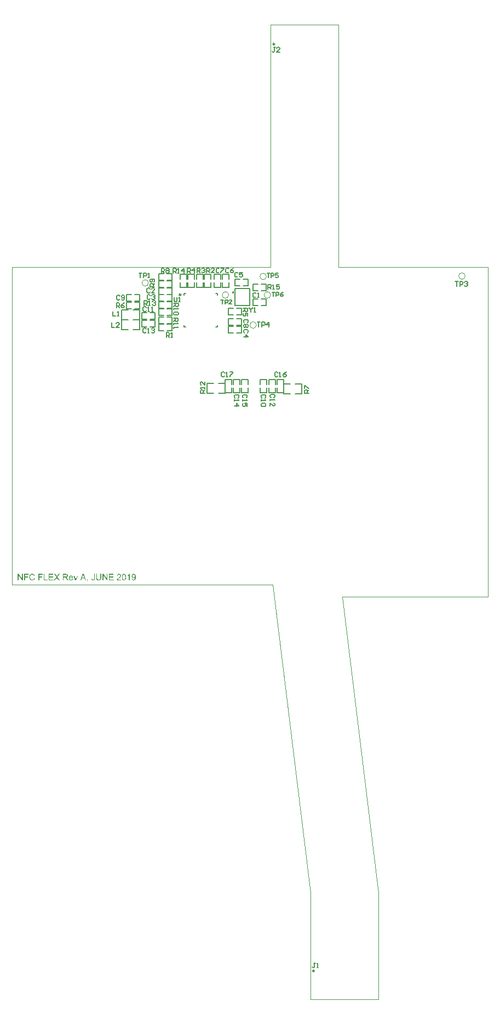
<source format=gto>
G04*
G04 #@! TF.GenerationSoftware,Altium Limited,Altium Designer,19.0.12 (326)*
G04*
G04 Layer_Color=65535*
%FSLAX44Y44*%
%MOMM*%
G71*
G01*
G75*
%ADD10C,0.0999*%
%ADD11C,0.2500*%
%ADD12C,0.3000*%
%ADD13C,0.1270*%
%ADD14C,0.2000*%
%ADD15C,0.1520*%
%ADD16C,0.1778*%
%ADD17C,0.2032*%
%ADD18C,0.0127*%
%ADD19C,0.0130*%
G36*
X31661Y16424D02*
X31788Y16410D01*
X31943Y16396D01*
X32098Y16382D01*
X32281Y16340D01*
X32661Y16255D01*
X33084Y16128D01*
X33296Y16044D01*
X33493Y15945D01*
X33691Y15818D01*
X33888Y15691D01*
X33902Y15677D01*
X33930Y15663D01*
X33987Y15621D01*
X34057Y15550D01*
X34128Y15480D01*
X34226Y15381D01*
X34325Y15268D01*
X34438Y15156D01*
X34550Y15014D01*
X34663Y14845D01*
X34790Y14676D01*
X34903Y14493D01*
X35002Y14282D01*
X35114Y14070D01*
X35199Y13844D01*
X35284Y13591D01*
X34015Y13295D01*
Y13309D01*
X34001Y13337D01*
X33972Y13393D01*
X33944Y13464D01*
X33916Y13548D01*
X33874Y13661D01*
X33761Y13887D01*
X33620Y14140D01*
X33451Y14394D01*
X33240Y14634D01*
X33014Y14845D01*
X32986Y14873D01*
X32901Y14930D01*
X32760Y15000D01*
X32577Y15099D01*
X32337Y15184D01*
X32069Y15268D01*
X31745Y15325D01*
X31393Y15339D01*
X31280D01*
X31209Y15325D01*
X31111D01*
X30998Y15310D01*
X30730Y15268D01*
X30434Y15212D01*
X30124Y15113D01*
X29800Y14972D01*
X29504Y14789D01*
X29490D01*
X29476Y14761D01*
X29377Y14690D01*
X29250Y14577D01*
X29095Y14408D01*
X28912Y14197D01*
X28742Y13957D01*
X28587Y13661D01*
X28447Y13337D01*
Y13323D01*
X28432Y13295D01*
X28418Y13252D01*
X28404Y13182D01*
X28376Y13097D01*
X28348Y12999D01*
X28305Y12759D01*
X28249Y12477D01*
X28193Y12167D01*
X28165Y11829D01*
X28150Y11462D01*
Y11448D01*
Y11406D01*
Y11335D01*
Y11251D01*
X28165Y11152D01*
Y11025D01*
X28179Y10884D01*
X28193Y10729D01*
X28235Y10391D01*
X28305Y10024D01*
X28390Y9658D01*
X28503Y9291D01*
Y9277D01*
X28517Y9249D01*
X28545Y9207D01*
X28573Y9136D01*
X28658Y8967D01*
X28785Y8770D01*
X28940Y8544D01*
X29137Y8304D01*
X29363Y8093D01*
X29631Y7896D01*
X29645D01*
X29673Y7881D01*
X29715Y7853D01*
X29772Y7825D01*
X29842Y7797D01*
X29927Y7754D01*
X30124Y7670D01*
X30378Y7585D01*
X30660Y7515D01*
X30970Y7459D01*
X31294Y7444D01*
X31393D01*
X31477Y7459D01*
X31576D01*
X31675Y7473D01*
X31928Y7529D01*
X32225Y7599D01*
X32520Y7712D01*
X32831Y7867D01*
X32986Y7952D01*
X33127Y8065D01*
X33141Y8079D01*
X33155Y8093D01*
X33197Y8135D01*
X33254Y8177D01*
X33310Y8248D01*
X33380Y8332D01*
X33465Y8417D01*
X33535Y8530D01*
X33620Y8657D01*
X33719Y8798D01*
X33803Y8939D01*
X33888Y9108D01*
X33958Y9291D01*
X34029Y9488D01*
X34099Y9700D01*
X34156Y9926D01*
X35453Y9601D01*
Y9587D01*
X35439Y9531D01*
X35410Y9446D01*
X35368Y9333D01*
X35326Y9207D01*
X35269Y9051D01*
X35199Y8882D01*
X35114Y8699D01*
X34917Y8304D01*
X34663Y7910D01*
X34508Y7712D01*
X34353Y7515D01*
X34184Y7346D01*
X33987Y7177D01*
X33972Y7163D01*
X33944Y7134D01*
X33874Y7106D01*
X33803Y7050D01*
X33691Y6979D01*
X33578Y6909D01*
X33423Y6838D01*
X33268Y6768D01*
X33084Y6683D01*
X32887Y6613D01*
X32676Y6542D01*
X32450Y6472D01*
X32210Y6415D01*
X31957Y6387D01*
X31689Y6359D01*
X31407Y6345D01*
X31252D01*
X31139Y6359D01*
X31012D01*
X30857Y6373D01*
X30688Y6401D01*
X30491Y6429D01*
X30082Y6500D01*
X29659Y6613D01*
X29236Y6768D01*
X29039Y6866D01*
X28841Y6979D01*
X28827Y6993D01*
X28799Y7007D01*
X28742Y7050D01*
X28686Y7106D01*
X28602Y7163D01*
X28503Y7247D01*
X28390Y7346D01*
X28277Y7459D01*
X28165Y7585D01*
X28038Y7712D01*
X27784Y8037D01*
X27544Y8417D01*
X27333Y8840D01*
Y8854D01*
X27305Y8896D01*
X27290Y8967D01*
X27248Y9051D01*
X27220Y9164D01*
X27178Y9305D01*
X27121Y9460D01*
X27079Y9629D01*
X27037Y9813D01*
X26980Y10024D01*
X26910Y10461D01*
X26853Y10955D01*
X26825Y11462D01*
Y11476D01*
Y11532D01*
Y11617D01*
X26839Y11716D01*
Y11857D01*
X26853Y11998D01*
X26868Y12181D01*
X26896Y12364D01*
X26966Y12773D01*
X27065Y13224D01*
X27206Y13675D01*
X27403Y14112D01*
X27417Y14126D01*
X27431Y14169D01*
X27460Y14225D01*
X27516Y14296D01*
X27573Y14394D01*
X27643Y14507D01*
X27826Y14761D01*
X28066Y15043D01*
X28348Y15325D01*
X28672Y15607D01*
X29053Y15846D01*
X29067Y15860D01*
X29109Y15874D01*
X29165Y15903D01*
X29236Y15945D01*
X29349Y15987D01*
X29462Y16029D01*
X29602Y16086D01*
X29757Y16142D01*
X29927Y16199D01*
X30110Y16255D01*
X30505Y16340D01*
X30956Y16410D01*
X31421Y16438D01*
X31562D01*
X31661Y16424D01*
D02*
G37*
G36*
X70131Y11631D02*
X73782Y6514D01*
X72189D01*
X69722Y9982D01*
X69708Y9996D01*
X69680Y10038D01*
X69652Y10095D01*
X69596Y10165D01*
X69469Y10362D01*
X69328Y10574D01*
X69314Y10560D01*
X69271Y10503D01*
X69215Y10419D01*
X69145Y10306D01*
X68989Y10080D01*
X68919Y9982D01*
X68863Y9897D01*
X66396Y6514D01*
X64845D01*
X68609Y11561D01*
X65282Y16269D01*
X66818D01*
X68595Y13760D01*
Y13746D01*
X68623Y13732D01*
X68651Y13689D01*
X68693Y13633D01*
X68778Y13492D01*
X68905Y13323D01*
X69032Y13125D01*
X69159Y12928D01*
X69271Y12745D01*
X69370Y12576D01*
X69384Y12604D01*
X69426Y12660D01*
X69497Y12773D01*
X69596Y12914D01*
X69708Y13069D01*
X69849Y13267D01*
X69990Y13464D01*
X70160Y13675D01*
X72105Y16269D01*
X73515D01*
X70131Y11631D01*
D02*
G37*
G36*
X147778Y6514D02*
X146438D01*
X141335Y14169D01*
Y6514D01*
X140095D01*
Y16269D01*
X141420D01*
X146537Y8600D01*
Y16269D01*
X147778D01*
Y6514D01*
D02*
G37*
G36*
X16704D02*
X15365D01*
X10261Y14169D01*
Y6514D01*
X9021D01*
Y16269D01*
X10346D01*
X15463Y8600D01*
Y16269D01*
X16704D01*
Y6514D01*
D02*
G37*
G36*
X99058D02*
X97916D01*
X95252Y13591D01*
X96521D01*
X98043Y9348D01*
Y9333D01*
X98057Y9319D01*
X98072Y9277D01*
X98086Y9235D01*
X98128Y9094D01*
X98184Y8910D01*
X98255Y8699D01*
X98339Y8459D01*
X98410Y8192D01*
X98495Y7924D01*
X98509Y7952D01*
X98523Y8022D01*
X98565Y8135D01*
X98607Y8304D01*
X98678Y8488D01*
X98748Y8727D01*
X98847Y8981D01*
X98946Y9263D01*
X100510Y13591D01*
X101751D01*
X99058Y6514D01*
D02*
G37*
G36*
X137952Y10630D02*
Y10616D01*
Y10560D01*
Y10489D01*
Y10391D01*
X137938Y10264D01*
Y10123D01*
X137924Y9954D01*
X137910Y9785D01*
X137867Y9404D01*
X137811Y9009D01*
X137726Y8629D01*
X137670Y8445D01*
X137614Y8276D01*
Y8262D01*
X137599Y8234D01*
X137571Y8192D01*
X137543Y8135D01*
X137459Y7980D01*
X137332Y7783D01*
X137163Y7557D01*
X136965Y7332D01*
X136711Y7092D01*
X136401Y6880D01*
X136387D01*
X136359Y6852D01*
X136317Y6838D01*
X136246Y6796D01*
X136162Y6754D01*
X136049Y6711D01*
X135936Y6669D01*
X135795Y6613D01*
X135640Y6556D01*
X135471Y6514D01*
X135288Y6472D01*
X135076Y6429D01*
X134865Y6401D01*
X134639Y6373D01*
X134132Y6345D01*
X134005D01*
X133906Y6359D01*
X133793D01*
X133652Y6373D01*
X133497Y6387D01*
X133342Y6401D01*
X132990Y6458D01*
X132609Y6542D01*
X132243Y6655D01*
X131890Y6810D01*
X131876D01*
X131848Y6838D01*
X131806Y6866D01*
X131749Y6895D01*
X131594Y7007D01*
X131411Y7163D01*
X131200Y7360D01*
X131002Y7585D01*
X130805Y7867D01*
X130650Y8177D01*
Y8192D01*
X130636Y8220D01*
X130622Y8276D01*
X130593Y8347D01*
X130565Y8431D01*
X130537Y8544D01*
X130495Y8671D01*
X130466Y8826D01*
X130438Y8995D01*
X130396Y9178D01*
X130368Y9376D01*
X130340Y9587D01*
X130311Y9827D01*
X130297Y10080D01*
X130283Y10348D01*
Y10630D01*
Y16269D01*
X131580D01*
Y10630D01*
Y10616D01*
Y10574D01*
Y10503D01*
Y10419D01*
X131594Y10320D01*
Y10193D01*
X131608Y9926D01*
X131636Y9615D01*
X131679Y9305D01*
X131735Y9009D01*
X131763Y8882D01*
X131806Y8755D01*
X131820Y8727D01*
X131848Y8657D01*
X131918Y8558D01*
X132003Y8417D01*
X132102Y8276D01*
X132243Y8121D01*
X132412Y7966D01*
X132609Y7839D01*
X132637Y7825D01*
X132708Y7783D01*
X132835Y7740D01*
X133004Y7684D01*
X133201Y7614D01*
X133455Y7571D01*
X133723Y7529D01*
X134019Y7515D01*
X134160D01*
X134244Y7529D01*
X134371D01*
X134498Y7543D01*
X134808Y7599D01*
X135147Y7670D01*
X135471Y7783D01*
X135781Y7938D01*
X135922Y8037D01*
X136049Y8149D01*
X136063Y8163D01*
X136077Y8177D01*
X136105Y8220D01*
X136148Y8276D01*
X136190Y8361D01*
X136246Y8445D01*
X136303Y8572D01*
X136359Y8699D01*
X136415Y8854D01*
X136458Y9037D01*
X136514Y9249D01*
X136556Y9474D01*
X136599Y9728D01*
X136627Y9996D01*
X136655Y10306D01*
Y10630D01*
Y16269D01*
X137952D01*
Y10630D01*
D02*
G37*
G36*
X128155Y9615D02*
Y9601D01*
Y9559D01*
Y9503D01*
Y9418D01*
X128140Y9305D01*
Y9192D01*
X128112Y8925D01*
X128084Y8615D01*
X128028Y8290D01*
X127943Y7994D01*
X127844Y7712D01*
Y7698D01*
X127830Y7684D01*
X127788Y7599D01*
X127718Y7487D01*
X127619Y7332D01*
X127478Y7177D01*
X127323Y7007D01*
X127126Y6838D01*
X126900Y6697D01*
X126872Y6683D01*
X126787Y6641D01*
X126660Y6585D01*
X126477Y6528D01*
X126251Y6458D01*
X125998Y6401D01*
X125716Y6359D01*
X125406Y6345D01*
X125279D01*
X125194Y6359D01*
X125081Y6373D01*
X124969Y6387D01*
X124673Y6443D01*
X124362Y6528D01*
X124038Y6655D01*
X123869Y6740D01*
X123714Y6838D01*
X123573Y6951D01*
X123432Y7078D01*
X123418Y7092D01*
X123404Y7106D01*
X123376Y7163D01*
X123333Y7219D01*
X123277Y7289D01*
X123221Y7388D01*
X123164Y7501D01*
X123094Y7628D01*
X123037Y7769D01*
X122981Y7938D01*
X122925Y8107D01*
X122868Y8304D01*
X122840Y8516D01*
X122798Y8755D01*
X122784Y8995D01*
Y9263D01*
X123954Y9432D01*
Y9418D01*
Y9390D01*
Y9333D01*
X123968Y9249D01*
X123982Y9164D01*
Y9066D01*
X124024Y8826D01*
X124066Y8572D01*
X124151Y8318D01*
X124236Y8093D01*
X124292Y7994D01*
X124362Y7910D01*
X124377Y7896D01*
X124433Y7853D01*
X124517Y7783D01*
X124630Y7712D01*
X124785Y7628D01*
X124955Y7571D01*
X125166Y7515D01*
X125392Y7501D01*
X125476D01*
X125561Y7515D01*
X125688Y7529D01*
X125815Y7557D01*
X125955Y7585D01*
X126096Y7642D01*
X126237Y7712D01*
X126251Y7726D01*
X126294Y7754D01*
X126350Y7811D01*
X126435Y7867D01*
X126505Y7966D01*
X126590Y8065D01*
X126660Y8177D01*
X126717Y8318D01*
Y8332D01*
X126745Y8389D01*
X126759Y8488D01*
X126787Y8615D01*
X126815Y8784D01*
X126829Y8995D01*
X126858Y9249D01*
Y9545D01*
Y16269D01*
X128155D01*
Y9615D01*
D02*
G37*
G36*
X188321Y16297D02*
X188391D01*
X188490Y16283D01*
X188729Y16241D01*
X188997Y16185D01*
X189293Y16086D01*
X189589Y15959D01*
X189885Y15790D01*
X189899D01*
X189914Y15762D01*
X189956Y15733D01*
X190012Y15691D01*
X190153Y15578D01*
X190336Y15423D01*
X190520Y15212D01*
X190731Y14958D01*
X190914Y14662D01*
X191084Y14324D01*
Y14310D01*
X191098Y14282D01*
X191126Y14225D01*
X191154Y14155D01*
X191182Y14056D01*
X191224Y13929D01*
X191253Y13788D01*
X191295Y13633D01*
X191337Y13450D01*
X191380Y13238D01*
X191408Y13013D01*
X191436Y12773D01*
X191464Y12505D01*
X191492Y12223D01*
X191507Y11913D01*
Y11589D01*
Y11575D01*
Y11504D01*
Y11406D01*
Y11279D01*
X191492Y11124D01*
Y10941D01*
X191478Y10729D01*
X191450Y10518D01*
X191408Y10038D01*
X191337Y9531D01*
X191239Y9051D01*
X191168Y8812D01*
X191098Y8600D01*
Y8586D01*
X191084Y8558D01*
X191055Y8502D01*
X191027Y8417D01*
X190985Y8332D01*
X190928Y8220D01*
X190788Y7980D01*
X190618Y7712D01*
X190421Y7430D01*
X190167Y7163D01*
X189885Y6923D01*
X189871D01*
X189843Y6895D01*
X189801Y6866D01*
X189744Y6838D01*
X189660Y6796D01*
X189575Y6740D01*
X189462Y6683D01*
X189350Y6641D01*
X189082Y6528D01*
X188758Y6429D01*
X188405Y6373D01*
X188010Y6345D01*
X187898D01*
X187827Y6359D01*
X187729D01*
X187616Y6373D01*
X187348Y6429D01*
X187052Y6500D01*
X186742Y6613D01*
X186432Y6768D01*
X186276Y6866D01*
X186136Y6979D01*
X186121Y6993D01*
X186107Y7007D01*
X186065Y7050D01*
X186023Y7092D01*
X185966Y7163D01*
X185896Y7247D01*
X185755Y7444D01*
X185614Y7698D01*
X185473Y8008D01*
X185360Y8361D01*
X185276Y8770D01*
X186432Y8868D01*
Y8854D01*
X186446Y8826D01*
Y8798D01*
X186460Y8741D01*
X186502Y8586D01*
X186558Y8417D01*
X186629Y8220D01*
X186728Y8022D01*
X186840Y7839D01*
X186981Y7684D01*
X186995Y7670D01*
X187052Y7628D01*
X187150Y7571D01*
X187263Y7515D01*
X187418Y7444D01*
X187602Y7388D01*
X187813Y7346D01*
X188039Y7332D01*
X188137D01*
X188236Y7346D01*
X188363Y7360D01*
X188518Y7388D01*
X188673Y7430D01*
X188842Y7487D01*
X188997Y7571D01*
X189011Y7585D01*
X189068Y7614D01*
X189152Y7670D01*
X189237Y7754D01*
X189350Y7853D01*
X189462Y7966D01*
X189575Y8093D01*
X189688Y8248D01*
X189702Y8262D01*
X189730Y8332D01*
X189787Y8431D01*
X189843Y8558D01*
X189914Y8727D01*
X189984Y8925D01*
X190054Y9150D01*
X190125Y9404D01*
Y9418D01*
X190139Y9432D01*
Y9474D01*
X190153Y9531D01*
X190181Y9672D01*
X190224Y9855D01*
X190252Y10080D01*
X190280Y10320D01*
X190294Y10588D01*
X190308Y10870D01*
Y10884D01*
Y10926D01*
Y10997D01*
Y11110D01*
X190294Y11081D01*
X190238Y11011D01*
X190153Y10912D01*
X190054Y10771D01*
X189914Y10630D01*
X189744Y10475D01*
X189547Y10320D01*
X189321Y10179D01*
X189293Y10165D01*
X189209Y10123D01*
X189082Y10066D01*
X188927Y10010D01*
X188715Y9940D01*
X188490Y9883D01*
X188236Y9841D01*
X187968Y9827D01*
X187855D01*
X187771Y9841D01*
X187658Y9855D01*
X187545Y9869D01*
X187404Y9897D01*
X187263Y9940D01*
X186939Y10038D01*
X186770Y10109D01*
X186601Y10193D01*
X186418Y10292D01*
X186248Y10419D01*
X186079Y10546D01*
X185924Y10701D01*
X185910Y10715D01*
X185882Y10743D01*
X185854Y10785D01*
X185797Y10856D01*
X185727Y10955D01*
X185656Y11053D01*
X185586Y11180D01*
X185515Y11321D01*
X185431Y11476D01*
X185360Y11645D01*
X185290Y11843D01*
X185219Y12040D01*
X185163Y12266D01*
X185135Y12505D01*
X185106Y12745D01*
X185092Y13013D01*
Y13027D01*
Y13083D01*
Y13154D01*
X185106Y13252D01*
X185121Y13379D01*
X185135Y13534D01*
X185163Y13689D01*
X185205Y13873D01*
X185304Y14239D01*
X185374Y14437D01*
X185459Y14648D01*
X185557Y14845D01*
X185684Y15029D01*
X185811Y15226D01*
X185966Y15395D01*
X185980Y15409D01*
X186009Y15437D01*
X186051Y15480D01*
X186121Y15536D01*
X186206Y15607D01*
X186319Y15691D01*
X186432Y15762D01*
X186572Y15860D01*
X186714Y15945D01*
X186883Y16015D01*
X187263Y16171D01*
X187461Y16227D01*
X187686Y16269D01*
X187912Y16297D01*
X188151Y16311D01*
X188250D01*
X188321Y16297D01*
D02*
G37*
G36*
X182019Y6514D02*
X180821D01*
Y14140D01*
X180807Y14126D01*
X180736Y14070D01*
X180652Y13985D01*
X180511Y13887D01*
X180356Y13760D01*
X180158Y13619D01*
X179933Y13464D01*
X179679Y13309D01*
X179665D01*
X179651Y13295D01*
X179566Y13238D01*
X179425Y13168D01*
X179256Y13083D01*
X179059Y12984D01*
X178847Y12886D01*
X178636Y12787D01*
X178424Y12703D01*
Y13858D01*
X178439D01*
X178467Y13887D01*
X178523Y13901D01*
X178594Y13943D01*
X178678Y13985D01*
X178777Y14042D01*
X179016Y14183D01*
X179298Y14338D01*
X179580Y14535D01*
X179876Y14761D01*
X180173Y15000D01*
X180187Y15014D01*
X180201Y15029D01*
X180243Y15071D01*
X180299Y15113D01*
X180426Y15254D01*
X180595Y15423D01*
X180765Y15621D01*
X180948Y15846D01*
X181103Y16072D01*
X181244Y16311D01*
X182019D01*
Y6514D01*
D02*
G37*
G36*
X165808Y16297D02*
X165920Y16283D01*
X166061Y16269D01*
X166217Y16241D01*
X166371Y16213D01*
X166738Y16114D01*
X167105Y15973D01*
X167288Y15889D01*
X167471Y15790D01*
X167640Y15663D01*
X167795Y15522D01*
X167809Y15508D01*
X167838Y15494D01*
X167866Y15437D01*
X167922Y15381D01*
X167993Y15310D01*
X168063Y15212D01*
X168134Y15113D01*
X168218Y14986D01*
X168359Y14719D01*
X168500Y14380D01*
X168557Y14211D01*
X168585Y14014D01*
X168613Y13816D01*
X168627Y13605D01*
Y13577D01*
Y13506D01*
X168613Y13393D01*
X168599Y13238D01*
X168571Y13069D01*
X168514Y12872D01*
X168458Y12660D01*
X168373Y12449D01*
X168359Y12421D01*
X168331Y12350D01*
X168275Y12237D01*
X168190Y12082D01*
X168077Y11913D01*
X167936Y11702D01*
X167767Y11490D01*
X167570Y11251D01*
X167542Y11222D01*
X167471Y11138D01*
X167401Y11067D01*
X167330Y10997D01*
X167246Y10912D01*
X167133Y10799D01*
X167020Y10687D01*
X166879Y10560D01*
X166738Y10419D01*
X166569Y10264D01*
X166386Y10109D01*
X166188Y9926D01*
X165963Y9742D01*
X165737Y9545D01*
X165723Y9531D01*
X165695Y9503D01*
X165639Y9460D01*
X165568Y9404D01*
X165483Y9319D01*
X165385Y9235D01*
X165159Y9051D01*
X164919Y8840D01*
X164694Y8629D01*
X164497Y8445D01*
X164412Y8375D01*
X164342Y8304D01*
X164328Y8290D01*
X164285Y8248D01*
X164229Y8192D01*
X164158Y8107D01*
X164088Y8008D01*
X164003Y7910D01*
X163834Y7670D01*
X168641D01*
Y6514D01*
X162171D01*
Y6528D01*
Y6585D01*
Y6669D01*
X162185Y6782D01*
X162199Y6909D01*
X162227Y7050D01*
X162255Y7191D01*
X162312Y7346D01*
Y7360D01*
X162326Y7374D01*
X162354Y7459D01*
X162410Y7585D01*
X162495Y7754D01*
X162608Y7952D01*
X162749Y8177D01*
X162904Y8403D01*
X163101Y8643D01*
Y8657D01*
X163129Y8671D01*
X163200Y8755D01*
X163327Y8882D01*
X163510Y9066D01*
X163721Y9277D01*
X163989Y9531D01*
X164313Y9813D01*
X164666Y10109D01*
X164680Y10123D01*
X164736Y10165D01*
X164821Y10236D01*
X164919Y10320D01*
X165046Y10433D01*
X165201Y10560D01*
X165357Y10701D01*
X165540Y10856D01*
X165892Y11194D01*
X166245Y11532D01*
X166414Y11702D01*
X166569Y11871D01*
X166710Y12026D01*
X166823Y12181D01*
Y12195D01*
X166851Y12209D01*
X166879Y12251D01*
X166907Y12308D01*
X167006Y12463D01*
X167119Y12646D01*
X167217Y12872D01*
X167316Y13111D01*
X167372Y13379D01*
X167401Y13633D01*
Y13647D01*
Y13661D01*
X167386Y13746D01*
X167372Y13887D01*
X167330Y14042D01*
X167274Y14239D01*
X167175Y14437D01*
X167048Y14634D01*
X166879Y14831D01*
X166851Y14859D01*
X166780Y14916D01*
X166682Y14986D01*
X166527Y15085D01*
X166329Y15170D01*
X166104Y15254D01*
X165836Y15310D01*
X165540Y15325D01*
X165455D01*
X165399Y15310D01*
X165230Y15296D01*
X165032Y15254D01*
X164821Y15198D01*
X164581Y15099D01*
X164356Y14972D01*
X164144Y14803D01*
X164116Y14775D01*
X164060Y14704D01*
X163975Y14592D01*
X163890Y14422D01*
X163792Y14225D01*
X163707Y13971D01*
X163651Y13689D01*
X163623Y13365D01*
X162396Y13492D01*
Y13506D01*
X162410Y13548D01*
Y13619D01*
X162424Y13718D01*
X162453Y13830D01*
X162481Y13957D01*
X162523Y14112D01*
X162565Y14267D01*
X162678Y14606D01*
X162847Y14944D01*
X162946Y15113D01*
X163073Y15282D01*
X163200Y15437D01*
X163341Y15578D01*
X163355Y15592D01*
X163383Y15607D01*
X163425Y15649D01*
X163496Y15691D01*
X163580Y15747D01*
X163679Y15804D01*
X163792Y15874D01*
X163933Y15945D01*
X164088Y16015D01*
X164257Y16086D01*
X164440Y16142D01*
X164638Y16199D01*
X164849Y16241D01*
X165075Y16283D01*
X165314Y16297D01*
X165568Y16311D01*
X165709D01*
X165808Y16297D01*
D02*
G37*
G36*
X157025Y15113D02*
X151259D01*
Y12139D01*
X156659D01*
Y10983D01*
X151259D01*
Y7670D01*
X157251D01*
Y6514D01*
X149963D01*
Y16269D01*
X157025D01*
Y15113D01*
D02*
G37*
G36*
X114819Y6514D02*
X113353D01*
X112211Y9474D01*
X108123D01*
X107065Y6514D01*
X105698D01*
X109420Y16269D01*
X110829D01*
X114819Y6514D01*
D02*
G37*
G36*
X83383Y16255D02*
X83509D01*
X83805Y16241D01*
X84115Y16199D01*
X84454Y16156D01*
X84764Y16086D01*
X84919Y16044D01*
X85046Y16001D01*
X85060D01*
X85074Y15987D01*
X85159Y15945D01*
X85286Y15889D01*
X85441Y15790D01*
X85610Y15663D01*
X85793Y15494D01*
X85962Y15296D01*
X86131Y15071D01*
Y15057D01*
X86145Y15043D01*
X86202Y14958D01*
X86258Y14817D01*
X86343Y14634D01*
X86413Y14422D01*
X86484Y14169D01*
X86526Y13901D01*
X86540Y13605D01*
Y13591D01*
Y13563D01*
Y13506D01*
X86526Y13436D01*
Y13337D01*
X86512Y13238D01*
X86456Y12999D01*
X86371Y12717D01*
X86258Y12421D01*
X86089Y12125D01*
X85976Y11984D01*
X85864Y11843D01*
X85850Y11829D01*
X85835Y11815D01*
X85793Y11772D01*
X85737Y11730D01*
X85666Y11674D01*
X85582Y11617D01*
X85469Y11547D01*
X85356Y11462D01*
X85215Y11392D01*
X85060Y11321D01*
X84891Y11236D01*
X84708Y11166D01*
X84496Y11110D01*
X84285Y11039D01*
X84045Y10997D01*
X83791Y10955D01*
X83820Y10941D01*
X83876Y10912D01*
X83961Y10856D01*
X84073Y10799D01*
X84327Y10644D01*
X84454Y10546D01*
X84567Y10461D01*
X84595Y10433D01*
X84665Y10362D01*
X84778Y10250D01*
X84919Y10109D01*
X85074Y9911D01*
X85257Y9700D01*
X85441Y9446D01*
X85638Y9164D01*
X87316Y6514D01*
X85709D01*
X84426Y8544D01*
Y8558D01*
X84397Y8586D01*
X84369Y8629D01*
X84327Y8685D01*
X84228Y8840D01*
X84101Y9037D01*
X83946Y9249D01*
X83791Y9474D01*
X83636Y9686D01*
X83495Y9883D01*
X83481Y9897D01*
X83439Y9954D01*
X83368Y10038D01*
X83270Y10137D01*
X83058Y10348D01*
X82945Y10447D01*
X82833Y10532D01*
X82819Y10546D01*
X82790Y10560D01*
X82734Y10588D01*
X82649Y10630D01*
X82565Y10673D01*
X82466Y10715D01*
X82241Y10785D01*
X82226D01*
X82198Y10799D01*
X82142D01*
X82072Y10814D01*
X81973Y10828D01*
X81860D01*
X81705Y10842D01*
X80042D01*
Y6514D01*
X78745D01*
Y16269D01*
X83270D01*
X83383Y16255D01*
D02*
G37*
G36*
X63830Y15113D02*
X58064D01*
Y12139D01*
X63463D01*
Y10983D01*
X58064D01*
Y7670D01*
X64056D01*
Y6514D01*
X56767D01*
Y16269D01*
X63830D01*
Y15113D01*
D02*
G37*
G36*
X50410Y7670D02*
X55217D01*
Y6514D01*
X49113D01*
Y16269D01*
X50410D01*
Y7670D01*
D02*
G37*
G36*
X47491Y15113D02*
X42191D01*
Y12096D01*
X46773D01*
Y10941D01*
X42191D01*
Y6514D01*
X40894D01*
Y16269D01*
X47491D01*
Y15113D01*
D02*
G37*
G36*
X25528D02*
X20228D01*
Y12096D01*
X24810D01*
Y10941D01*
X20228D01*
Y6514D01*
X18931D01*
Y16269D01*
X25528D01*
Y15113D01*
D02*
G37*
G36*
X91545Y13732D02*
X91657Y13718D01*
X91798Y13689D01*
X91953Y13661D01*
X92137Y13619D01*
X92306Y13577D01*
X92503Y13506D01*
X92687Y13436D01*
X92884Y13337D01*
X93081Y13224D01*
X93279Y13097D01*
X93462Y12942D01*
X93631Y12773D01*
X93645Y12759D01*
X93673Y12731D01*
X93716Y12674D01*
X93772Y12590D01*
X93842Y12491D01*
X93913Y12378D01*
X93997Y12237D01*
X94082Y12068D01*
X94167Y11885D01*
X94251Y11688D01*
X94322Y11462D01*
X94392Y11222D01*
X94449Y10955D01*
X94491Y10673D01*
X94519Y10377D01*
X94533Y10052D01*
Y10038D01*
Y9982D01*
Y9883D01*
X94519Y9742D01*
X89233D01*
Y9728D01*
Y9686D01*
X89247Y9629D01*
Y9545D01*
X89261Y9446D01*
X89289Y9333D01*
X89331Y9080D01*
X89416Y8798D01*
X89529Y8488D01*
X89684Y8206D01*
X89881Y7952D01*
X89895D01*
X89909Y7924D01*
X89994Y7853D01*
X90121Y7754D01*
X90290Y7656D01*
X90516Y7543D01*
X90769Y7444D01*
X91051Y7374D01*
X91206Y7360D01*
X91376Y7346D01*
X91488D01*
X91615Y7360D01*
X91770Y7388D01*
X91939Y7430D01*
X92137Y7487D01*
X92320Y7571D01*
X92503Y7684D01*
X92517Y7698D01*
X92588Y7754D01*
X92672Y7839D01*
X92771Y7952D01*
X92884Y8107D01*
X93011Y8304D01*
X93138Y8530D01*
X93250Y8798D01*
X94491Y8643D01*
Y8629D01*
X94477Y8600D01*
X94463Y8544D01*
X94434Y8459D01*
X94392Y8375D01*
X94350Y8262D01*
X94237Y8022D01*
X94096Y7754D01*
X93899Y7473D01*
X93673Y7205D01*
X93391Y6951D01*
X93377D01*
X93349Y6923D01*
X93307Y6895D01*
X93250Y6852D01*
X93166Y6810D01*
X93081Y6768D01*
X92968Y6711D01*
X92842Y6655D01*
X92701Y6599D01*
X92560Y6542D01*
X92207Y6458D01*
X91812Y6387D01*
X91376Y6359D01*
X91220D01*
X91122Y6373D01*
X90995Y6387D01*
X90840Y6415D01*
X90671Y6443D01*
X90487Y6472D01*
X90093Y6585D01*
X89881Y6669D01*
X89684Y6754D01*
X89472Y6866D01*
X89275Y6993D01*
X89092Y7134D01*
X88909Y7303D01*
X88894Y7318D01*
X88866Y7346D01*
X88824Y7402D01*
X88767Y7487D01*
X88697Y7585D01*
X88627Y7698D01*
X88542Y7839D01*
X88457Y7994D01*
X88373Y8177D01*
X88288Y8375D01*
X88218Y8600D01*
X88147Y8840D01*
X88091Y9094D01*
X88049Y9376D01*
X88020Y9672D01*
X88006Y9982D01*
Y9996D01*
Y10066D01*
Y10151D01*
X88020Y10278D01*
X88034Y10433D01*
X88049Y10602D01*
X88077Y10799D01*
X88119Y10997D01*
X88232Y11448D01*
X88302Y11674D01*
X88387Y11913D01*
X88500Y12139D01*
X88627Y12350D01*
X88767Y12562D01*
X88923Y12759D01*
X88937Y12773D01*
X88965Y12801D01*
X89021Y12844D01*
X89092Y12914D01*
X89176Y12984D01*
X89289Y13069D01*
X89416Y13168D01*
X89571Y13252D01*
X89726Y13351D01*
X89909Y13436D01*
X90107Y13520D01*
X90318Y13591D01*
X90544Y13661D01*
X90783Y13704D01*
X91037Y13732D01*
X91305Y13746D01*
X91446D01*
X91545Y13732D01*
D02*
G37*
G36*
X173392Y16297D02*
X173575Y16269D01*
X173787Y16227D01*
X174012Y16171D01*
X174252Y16100D01*
X174477Y15987D01*
X174491D01*
X174506Y15973D01*
X174576Y15931D01*
X174689Y15860D01*
X174830Y15762D01*
X174985Y15621D01*
X175154Y15466D01*
X175309Y15282D01*
X175464Y15071D01*
X175478Y15043D01*
X175535Y14972D01*
X175591Y14845D01*
X175690Y14662D01*
X175774Y14451D01*
X175887Y14211D01*
X175986Y13929D01*
X176070Y13619D01*
Y13605D01*
X176084Y13577D01*
X176098Y13534D01*
X176113Y13464D01*
X176127Y13379D01*
X176141Y13281D01*
X176169Y13154D01*
X176183Y13013D01*
X176211Y12858D01*
X176225Y12688D01*
X176239Y12491D01*
X176268Y12294D01*
X176282Y12068D01*
Y11843D01*
X176296Y11589D01*
Y11321D01*
Y11307D01*
Y11251D01*
Y11152D01*
Y11039D01*
X176282Y10884D01*
Y10715D01*
X176268Y10532D01*
X176254Y10334D01*
X176211Y9883D01*
X176141Y9418D01*
X176056Y8967D01*
X176000Y8755D01*
X175929Y8544D01*
Y8530D01*
X175915Y8502D01*
X175887Y8445D01*
X175859Y8375D01*
X175831Y8276D01*
X175774Y8177D01*
X175661Y7938D01*
X175520Y7684D01*
X175337Y7402D01*
X175126Y7148D01*
X174872Y6909D01*
X174858D01*
X174844Y6880D01*
X174802Y6852D01*
X174745Y6824D01*
X174675Y6782D01*
X174604Y6726D01*
X174393Y6627D01*
X174139Y6528D01*
X173843Y6429D01*
X173491Y6373D01*
X173110Y6345D01*
X172969D01*
X172870Y6359D01*
X172757Y6373D01*
X172617Y6401D01*
X172461Y6429D01*
X172292Y6472D01*
X172123Y6528D01*
X171940Y6585D01*
X171757Y6669D01*
X171573Y6768D01*
X171390Y6880D01*
X171207Y7021D01*
X171038Y7177D01*
X170883Y7346D01*
X170868Y7360D01*
X170840Y7402D01*
X170798Y7473D01*
X170728Y7585D01*
X170657Y7712D01*
X170586Y7881D01*
X170488Y8079D01*
X170403Y8304D01*
X170319Y8558D01*
X170234Y8854D01*
X170149Y9178D01*
X170079Y9545D01*
X170009Y9940D01*
X169966Y10362D01*
X169938Y10828D01*
X169924Y11321D01*
Y11335D01*
Y11392D01*
Y11490D01*
Y11603D01*
X169938Y11758D01*
Y11927D01*
X169952Y12111D01*
X169966Y12322D01*
X170009Y12759D01*
X170079Y13224D01*
X170164Y13689D01*
X170220Y13901D01*
X170276Y14112D01*
Y14126D01*
X170291Y14155D01*
X170319Y14211D01*
X170347Y14282D01*
X170375Y14380D01*
X170431Y14479D01*
X170544Y14719D01*
X170685Y14972D01*
X170868Y15240D01*
X171080Y15508D01*
X171334Y15733D01*
X171348D01*
X171362Y15762D01*
X171404Y15790D01*
X171460Y15818D01*
X171531Y15874D01*
X171616Y15917D01*
X171827Y16029D01*
X172081Y16128D01*
X172377Y16227D01*
X172729Y16283D01*
X173110Y16311D01*
X173237D01*
X173392Y16297D01*
D02*
G37*
G36*
X117384Y6514D02*
Y6500D01*
Y6486D01*
Y6443D01*
Y6387D01*
X117370Y6260D01*
X117356Y6077D01*
X117314Y5894D01*
X117272Y5682D01*
X117201Y5485D01*
X117117Y5302D01*
X117102Y5288D01*
X117060Y5231D01*
X117004Y5147D01*
X116905Y5034D01*
X116792Y4921D01*
X116651Y4808D01*
X116468Y4681D01*
X116271Y4583D01*
X115933Y5090D01*
X115947Y5104D01*
X115989Y5118D01*
X116059Y5161D01*
X116144Y5217D01*
X116229Y5288D01*
X116327Y5372D01*
X116412Y5471D01*
X116482Y5584D01*
X116496Y5598D01*
X116510Y5640D01*
X116539Y5725D01*
X116581Y5823D01*
X116609Y5950D01*
X116651Y6119D01*
X116680Y6303D01*
X116694Y6514D01*
X116017D01*
Y7881D01*
X117384D01*
Y6514D01*
D02*
G37*
%LPC*%
G36*
X188447Y15325D02*
X188222D01*
X188165Y15310D01*
X188010Y15296D01*
X187827Y15240D01*
X187602Y15170D01*
X187362Y15043D01*
X187122Y14888D01*
X187010Y14775D01*
X186897Y14662D01*
Y14648D01*
X186869Y14634D01*
X186840Y14592D01*
X186812Y14549D01*
X186714Y14408D01*
X186615Y14211D01*
X186502Y13971D01*
X186403Y13675D01*
X186347Y13337D01*
X186319Y12970D01*
Y12956D01*
Y12928D01*
Y12886D01*
X186333Y12815D01*
Y12731D01*
X186347Y12646D01*
X186389Y12435D01*
X186460Y12195D01*
X186544Y11941D01*
X186685Y11688D01*
X186869Y11462D01*
X186897Y11434D01*
X186967Y11378D01*
X187094Y11279D01*
X187249Y11180D01*
X187461Y11067D01*
X187700Y10969D01*
X187968Y10912D01*
X188264Y10884D01*
X188349D01*
X188405Y10898D01*
X188560Y10912D01*
X188743Y10955D01*
X188969Y11025D01*
X189195Y11124D01*
X189420Y11265D01*
X189632Y11462D01*
X189660Y11490D01*
X189716Y11575D01*
X189801Y11702D01*
X189914Y11885D01*
X190012Y12111D01*
X190097Y12378D01*
X190153Y12703D01*
X190181Y13069D01*
Y13083D01*
Y13111D01*
Y13168D01*
X190167Y13238D01*
Y13337D01*
X190153Y13436D01*
X190111Y13661D01*
X190054Y13929D01*
X189956Y14211D01*
X189815Y14479D01*
X189632Y14719D01*
Y14733D01*
X189603Y14747D01*
X189533Y14817D01*
X189420Y14916D01*
X189265Y15029D01*
X189068Y15127D01*
X188842Y15226D01*
X188588Y15296D01*
X188447Y15325D01*
D02*
G37*
G36*
X110096Y15254D02*
Y15240D01*
X110082Y15212D01*
Y15156D01*
X110054Y15099D01*
X110040Y15000D01*
X110012Y14902D01*
X109955Y14662D01*
X109885Y14380D01*
X109786Y14070D01*
X109688Y13732D01*
X109561Y13379D01*
X108503Y10532D01*
X111802D01*
X110787Y13210D01*
Y13224D01*
X110773Y13267D01*
X110745Y13337D01*
X110717Y13421D01*
X110674Y13520D01*
X110632Y13647D01*
X110590Y13788D01*
X110533Y13929D01*
X110421Y14253D01*
X110308Y14592D01*
X110195Y14930D01*
X110096Y15254D01*
D02*
G37*
G36*
X83115Y15184D02*
X80042D01*
Y11955D01*
X82945D01*
X83115Y11969D01*
X83312Y11984D01*
X83538Y11998D01*
X83763Y12026D01*
X83989Y12068D01*
X84186Y12125D01*
X84214Y12139D01*
X84271Y12167D01*
X84355Y12209D01*
X84468Y12266D01*
X84595Y12350D01*
X84722Y12449D01*
X84849Y12576D01*
X84947Y12717D01*
X84961Y12731D01*
X84990Y12787D01*
X85032Y12872D01*
X85088Y12984D01*
X85131Y13111D01*
X85173Y13252D01*
X85201Y13421D01*
X85215Y13591D01*
Y13605D01*
Y13619D01*
X85201Y13704D01*
X85187Y13830D01*
X85159Y14000D01*
X85088Y14169D01*
X85004Y14366D01*
X84877Y14549D01*
X84708Y14733D01*
X84679Y14747D01*
X84609Y14803D01*
X84496Y14873D01*
X84313Y14958D01*
X84101Y15043D01*
X83820Y15113D01*
X83495Y15170D01*
X83115Y15184D01*
D02*
G37*
G36*
X91319Y12759D02*
X91235D01*
X91178Y12745D01*
X91023Y12731D01*
X90840Y12688D01*
X90614Y12618D01*
X90375Y12519D01*
X90149Y12378D01*
X89923Y12195D01*
X89895Y12167D01*
X89839Y12096D01*
X89740Y11969D01*
X89642Y11800D01*
X89529Y11603D01*
X89430Y11349D01*
X89346Y11053D01*
X89303Y10729D01*
X93265D01*
Y10743D01*
Y10771D01*
X93250Y10814D01*
Y10870D01*
X93222Y11039D01*
X93180Y11222D01*
X93109Y11448D01*
X93039Y11659D01*
X92926Y11871D01*
X92799Y12054D01*
Y12068D01*
X92771Y12082D01*
X92701Y12167D01*
X92574Y12280D01*
X92405Y12407D01*
X92193Y12533D01*
X91939Y12646D01*
X91643Y12731D01*
X91488Y12745D01*
X91319Y12759D01*
D02*
G37*
G36*
X173096Y15325D02*
X173011D01*
X172955Y15310D01*
X172800Y15282D01*
X172617Y15240D01*
X172405Y15156D01*
X172180Y15029D01*
X172067Y14944D01*
X171954Y14859D01*
X171855Y14747D01*
X171757Y14620D01*
Y14606D01*
X171728Y14577D01*
X171700Y14521D01*
X171658Y14451D01*
X171616Y14338D01*
X171559Y14211D01*
X171517Y14056D01*
X171460Y13873D01*
X171404Y13661D01*
X171348Y13421D01*
X171291Y13154D01*
X171249Y12858D01*
X171207Y12519D01*
X171179Y12153D01*
X171164Y11758D01*
X171150Y11321D01*
Y11293D01*
Y11222D01*
Y11095D01*
X171164Y10926D01*
Y10743D01*
X171179Y10518D01*
X171193Y10278D01*
X171221Y10024D01*
X171291Y9474D01*
X171334Y9207D01*
X171390Y8953D01*
X171446Y8713D01*
X171531Y8488D01*
X171616Y8290D01*
X171714Y8121D01*
Y8107D01*
X171742Y8093D01*
X171813Y7994D01*
X171940Y7867D01*
X172095Y7726D01*
X172306Y7585D01*
X172546Y7459D01*
X172814Y7360D01*
X172955Y7346D01*
X173110Y7332D01*
X173195D01*
X173251Y7346D01*
X173392Y7374D01*
X173589Y7430D01*
X173801Y7529D01*
X174040Y7670D01*
X174153Y7754D01*
X174266Y7867D01*
X174379Y7980D01*
X174491Y8121D01*
Y8135D01*
X174520Y8163D01*
X174548Y8206D01*
X174576Y8276D01*
X174632Y8375D01*
X174675Y8502D01*
X174731Y8643D01*
X174787Y8812D01*
X174830Y9023D01*
X174886Y9249D01*
X174942Y9517D01*
X174985Y9799D01*
X175013Y10137D01*
X175041Y10489D01*
X175069Y10884D01*
Y11321D01*
Y11335D01*
Y11349D01*
Y11420D01*
Y11547D01*
X175055Y11716D01*
Y11899D01*
X175041Y12125D01*
X175027Y12364D01*
X174999Y12632D01*
X174928Y13168D01*
X174886Y13436D01*
X174830Y13689D01*
X174773Y13929D01*
X174689Y14155D01*
X174604Y14352D01*
X174506Y14521D01*
Y14535D01*
X174477Y14549D01*
X174449Y14592D01*
X174407Y14648D01*
X174280Y14775D01*
X174125Y14930D01*
X173913Y15071D01*
X173674Y15198D01*
X173547Y15254D01*
X173406Y15296D01*
X173251Y15310D01*
X173096Y15325D01*
D02*
G37*
%LPD*%
D10*
X399930Y446906D02*
G03*
X399930Y446906I-5000J0D01*
G01*
X393288Y475574D02*
G03*
X393288Y475574I-5000J0D01*
G01*
X211005Y465494D02*
G03*
X211005Y465494I-5000J0D01*
G01*
X377832Y400470D02*
G03*
X377832Y400470I-5000J0D01*
G01*
X700666Y476162D02*
G03*
X700666Y476162I-5000J0D01*
G01*
X335052Y446979D02*
G03*
X335052Y446979I-5000J0D01*
G01*
D11*
X261112Y447357D02*
G03*
X261112Y447357I-1250J0D01*
G01*
X406054Y834278D02*
G03*
X406054Y834278I-1250J0D01*
G01*
X467429Y-596479D02*
G03*
X467429Y-596479I-1250J0D01*
G01*
D12*
X341846Y450761D02*
G03*
X341846Y450761I-200J0D01*
G01*
D13*
X420386Y294418D02*
X430546D01*
X420386D02*
Y309658D01*
X430546D01*
X438166D02*
X448326D01*
Y294418D02*
Y309658D01*
X438166Y294418D02*
X448326D01*
X419884Y308300D02*
Y315920D01*
X409724D02*
X419884D01*
X409724Y308300D02*
Y315920D01*
Y295600D02*
Y303220D01*
Y295600D02*
X419884D01*
Y303220D01*
X407432Y308300D02*
Y315920D01*
X397272D02*
X407432D01*
X397272Y308300D02*
Y315920D01*
Y295600D02*
Y303220D01*
Y295600D02*
X407432D01*
Y303220D01*
X383834Y308388D02*
Y316008D01*
X393994D01*
Y308388D02*
Y316008D01*
Y295688D02*
Y303308D01*
X383834Y295688D02*
X393994D01*
X383834D02*
Y303308D01*
X355308Y308348D02*
Y315968D01*
X365468D01*
Y308348D02*
Y315968D01*
Y295648D02*
Y303268D01*
X355308Y295648D02*
X365468D01*
X355308D02*
Y303268D01*
X341820Y295599D02*
Y303219D01*
Y295599D02*
X351980D01*
Y303219D01*
Y308299D02*
Y315919D01*
X341820D02*
X351980D01*
X341820Y308299D02*
Y315919D01*
X329454Y295648D02*
Y303268D01*
Y295648D02*
X339614D01*
Y303268D01*
Y308348D02*
Y315968D01*
X329454D02*
X339614D01*
X329454Y308348D02*
Y315968D01*
X319040Y310222D02*
X329200D01*
Y294982D02*
Y310222D01*
X319040Y294982D02*
X329200D01*
X301260D02*
X311420D01*
X301260D02*
Y310222D01*
X311420D01*
X335093Y458936D02*
Y466556D01*
X324933Y458936D02*
X335093D01*
X324933D02*
Y466556D01*
Y471636D02*
Y479256D01*
X335093D01*
Y471636D02*
Y479256D01*
X385532Y430650D02*
X393152D01*
Y440810D01*
X385532D02*
X393152D01*
X372832D02*
X380452D01*
X372832Y430650D02*
Y440810D01*
Y430650D02*
X380452D01*
X190029Y425759D02*
X197649D01*
Y435919D01*
X190029D02*
X197649D01*
X177329D02*
X184949D01*
X177329Y425759D02*
Y435919D01*
Y425759D02*
X184949D01*
X347111Y415923D02*
X354731D01*
Y426083D01*
X347111D02*
X354731D01*
X334411D02*
X342031D01*
X334411Y415923D02*
Y426083D01*
Y415923D02*
X342031D01*
X372832Y463315D02*
X380452D01*
X372832Y453155D02*
Y463315D01*
Y453155D02*
X380452D01*
X385532D02*
X393152D01*
Y463315D01*
X385532D02*
X393152D01*
X295921Y471668D02*
Y479288D01*
X285761D02*
X295921D01*
X285761Y471668D02*
Y479288D01*
Y458968D02*
Y466588D01*
Y458968D02*
X295921D01*
Y466588D01*
X201141Y407979D02*
X208761D01*
X201141Y397819D02*
Y407979D01*
Y397819D02*
X208761D01*
X213841D02*
X221461D01*
Y407979D01*
X213841D02*
X221461D01*
X213841Y409757D02*
X221461D01*
Y419917D01*
X213841D02*
X221461D01*
X201141D02*
X208761D01*
X201141Y409757D02*
Y419917D01*
Y409757D02*
X208761D01*
X344413Y461065D02*
X352033D01*
X344413D02*
Y471225D01*
X352033D01*
X357113D02*
X364733D01*
Y461065D02*
Y471225D01*
X357113Y461065D02*
X364733D01*
X334534Y410474D02*
X342154D01*
X334534Y400314D02*
Y410474D01*
Y400314D02*
X342154D01*
X347234D02*
X354854D01*
Y410474D01*
X347234D02*
X354854D01*
X312939Y458968D02*
Y466588D01*
Y458968D02*
X323099D01*
Y466588D01*
Y471668D02*
Y479288D01*
X312939D02*
X323099D01*
X312939Y471668D02*
Y479288D01*
X259948Y458985D02*
Y466605D01*
Y458985D02*
X270108D01*
Y466605D01*
Y471685D02*
Y479305D01*
X259948D02*
X270108D01*
X259948Y471685D02*
Y479305D01*
X239882Y426405D02*
X247502D01*
Y436565D01*
X239882D02*
X247502D01*
X227182D02*
X234802D01*
X227182Y426405D02*
Y436565D01*
Y426405D02*
X234802D01*
X239882Y402783D02*
X247502D01*
Y412943D01*
X239882D02*
X247502D01*
X227182D02*
X234802D01*
X227182Y402783D02*
Y412943D01*
Y402783D02*
X234802D01*
X334534Y398790D02*
X342154D01*
X334534Y388630D02*
Y398790D01*
Y388630D02*
X342154D01*
X347234D02*
X354854D01*
Y398790D01*
X347234D02*
X354854D01*
X307859Y471668D02*
Y479288D01*
X297699D02*
X307859D01*
X297699Y471668D02*
Y479288D01*
Y458968D02*
Y466588D01*
Y458968D02*
X307859D01*
Y466588D01*
X282046Y471617D02*
Y479237D01*
X271886D02*
X282046D01*
X271886Y471617D02*
Y479237D01*
Y458917D02*
Y466537D01*
Y458917D02*
X282046D01*
Y466537D01*
X239882Y391861D02*
X247502D01*
Y402021D01*
X239882D02*
X247502D01*
X227182D02*
X234802D01*
X227182Y391861D02*
Y402021D01*
Y391861D02*
X234802D01*
X239923Y415737D02*
X247543D01*
Y425897D01*
X239923D02*
X247543D01*
X227223D02*
X234843D01*
X227223Y415737D02*
Y425897D01*
Y415737D02*
X234843D01*
X239876Y437114D02*
X247496D01*
Y447274D01*
X239876D02*
X247496D01*
X227176D02*
X234796D01*
X227176Y437114D02*
Y447274D01*
Y437114D02*
X234796D01*
X239876Y447956D02*
X247496D01*
Y458116D01*
X239876D02*
X247496D01*
X227176D02*
X234796D01*
X227176Y447956D02*
Y458116D01*
Y447956D02*
X234796D01*
X239882Y458663D02*
X247502D01*
Y468823D01*
X239882D02*
X247502D01*
X227182D02*
X234802D01*
X227182Y458663D02*
Y468823D01*
Y458663D02*
X234802D01*
X239883Y469276D02*
X247503D01*
Y479436D01*
X239883D02*
X247503D01*
X227183D02*
X234803D01*
X227183Y469276D02*
Y479436D01*
Y469276D02*
X234803D01*
X187569Y408995D02*
X197729D01*
Y393755D02*
Y408995D01*
X187569Y393755D02*
X197729D01*
X169789D02*
X179949D01*
X169789D02*
Y408995D01*
X179949D01*
X187569Y423727D02*
X197729D01*
Y408487D02*
Y423727D01*
X187569Y408487D02*
X197729D01*
X169789D02*
X179949D01*
X169789D02*
Y423727D01*
X179949D01*
X190109Y447603D02*
X197729D01*
Y437443D02*
Y447603D01*
X190109Y437443D02*
X197729D01*
X177409D02*
X185029D01*
X177409D02*
Y447603D01*
X185029D01*
D14*
X266362Y397857D02*
X268612D01*
X266362D02*
Y400107D01*
X315112Y397857D02*
X317362D01*
Y400107D01*
Y446607D02*
Y448857D01*
X315112D02*
X317362D01*
X266362D02*
X268612D01*
X266362Y446607D02*
Y448857D01*
D15*
X344694Y430803D02*
Y457219D01*
Y430803D02*
X367554D01*
X344694Y457219D02*
X367554D01*
Y430803D02*
Y457219D01*
D16*
X402296Y451014D02*
X406528D01*
X404412D01*
Y444666D01*
X408644D02*
Y451014D01*
X411818D01*
X412876Y449956D01*
Y447840D01*
X411818Y446782D01*
X408644D01*
X419224Y451014D02*
X417108Y449956D01*
X414992Y447840D01*
Y445724D01*
X416050Y444666D01*
X418166D01*
X419224Y445724D01*
Y446782D01*
X418166Y447840D01*
X414992D01*
X394464Y480341D02*
X398696D01*
X396580D01*
Y473993D01*
X400812D02*
Y480341D01*
X403986D01*
X405044Y479283D01*
Y477168D01*
X403986Y476110D01*
X400812D01*
X411392Y480341D02*
X407160D01*
Y477168D01*
X409276Y478226D01*
X410334D01*
X411392Y477168D01*
Y475051D01*
X410334Y473993D01*
X408218D01*
X407160Y475051D01*
X323099Y439112D02*
X327331D01*
X325215D01*
Y432764D01*
X329447D02*
Y439112D01*
X332621D01*
X333679Y438054D01*
Y435938D01*
X332621Y434880D01*
X329447D01*
X340027Y432764D02*
X335795D01*
X340027Y436996D01*
Y438054D01*
X338969Y439112D01*
X336853D01*
X335795Y438054D01*
D17*
X407038Y828994D02*
X404668D01*
X405853D01*
Y823069D01*
X404668Y821884D01*
X403483D01*
X402298Y823069D01*
X414147Y821884D02*
X409408D01*
X414147Y826624D01*
Y827809D01*
X412962Y828994D01*
X410593D01*
X409408Y827809D01*
X379182Y404819D02*
X383922D01*
X381552D01*
Y397710D01*
X386292D02*
Y404819D01*
X389847D01*
X391031Y403635D01*
Y401265D01*
X389847Y400080D01*
X386292D01*
X396956Y397710D02*
Y404819D01*
X393401Y401265D01*
X398141D01*
X685252Y467778D02*
X689992D01*
X687622D01*
Y460668D01*
X692362D02*
Y467778D01*
X695917D01*
X697102Y466593D01*
Y464223D01*
X695917Y463038D01*
X692362D01*
X699471Y466593D02*
X700656Y467778D01*
X703026D01*
X704211Y466593D01*
Y465408D01*
X703026Y464223D01*
X701841D01*
X703026D01*
X704211Y463038D01*
Y461853D01*
X703026Y460668D01*
X700656D01*
X699471Y461853D01*
X362503Y288114D02*
X363688Y289299D01*
Y291669D01*
X362503Y292854D01*
X357763D01*
X356578Y291669D01*
Y289299D01*
X357763Y288114D01*
X356578Y285744D02*
Y283374D01*
Y284559D01*
X363688D01*
X362503Y285744D01*
X363688Y275080D02*
Y279820D01*
X360133D01*
X361318Y277450D01*
Y276265D01*
X360133Y275080D01*
X357763D01*
X356578Y276265D01*
Y278635D01*
X357763Y279820D01*
X196269Y480986D02*
X201009D01*
X198639D01*
Y473876D01*
X203379D02*
Y480986D01*
X206934D01*
X208119Y479801D01*
Y477431D01*
X206934Y476246D01*
X203379D01*
X210489Y473876D02*
X212859D01*
X211674D01*
Y480986D01*
X210489Y479801D01*
X166805Y445257D02*
X165620Y446442D01*
X163250D01*
X162065Y445257D01*
Y440517D01*
X163250Y439332D01*
X165620D01*
X166805Y440517D01*
X169175D02*
X170360Y439332D01*
X172730D01*
X173915Y440517D01*
Y445257D01*
X172730Y446442D01*
X170360D01*
X169175Y445257D01*
Y444072D01*
X170360Y442887D01*
X173915D01*
X349375Y480560D02*
X348190Y481745D01*
X345821D01*
X344636Y480560D01*
Y475821D01*
X345821Y474636D01*
X348190D01*
X349375Y475821D01*
X356485Y481745D02*
X351745D01*
Y478190D01*
X354115Y479375D01*
X355300D01*
X356485Y478190D01*
Y475821D01*
X355300Y474636D01*
X352930D01*
X351745Y475821D01*
X469014Y-584160D02*
X466644D01*
X467829D01*
Y-590085D01*
X466644Y-591270D01*
X465459D01*
X464274Y-590085D01*
X471384Y-591270D02*
X473754D01*
X472569D01*
Y-584160D01*
X471384Y-585345D01*
X367118Y427967D02*
Y426782D01*
X369487Y424412D01*
X371857Y426782D01*
Y427967D01*
X369487Y424412D02*
Y420857D01*
X374227D02*
X376597D01*
X375412D01*
Y427967D01*
X374227Y426782D01*
X250591Y443646D02*
Y437721D01*
X251776Y436536D01*
X254146D01*
X255331Y437721D01*
Y443646D01*
X257700Y436536D02*
X260070D01*
X258885D01*
Y443646D01*
X257700Y442461D01*
X395946Y455796D02*
Y462906D01*
X399501D01*
X400686Y461721D01*
Y459351D01*
X399501Y458166D01*
X395946D01*
X398316D02*
X400686Y455796D01*
X403056D02*
X405426D01*
X404241D01*
Y462906D01*
X403056Y461721D01*
X413720Y462906D02*
X408980D01*
Y459351D01*
X411350Y460536D01*
X412535D01*
X413720Y459351D01*
Y456981D01*
X412535Y455796D01*
X410165D01*
X408980Y456981D01*
X249134Y480734D02*
Y487844D01*
X252689D01*
X253874Y486659D01*
Y484289D01*
X252689Y483104D01*
X249134D01*
X251504D02*
X253874Y480734D01*
X256244D02*
X258614D01*
X257429D01*
Y487844D01*
X256244Y486659D01*
X265723Y480734D02*
Y487844D01*
X262169Y484289D01*
X266908D01*
X204176Y430969D02*
Y438079D01*
X207731D01*
X208916Y436894D01*
Y434524D01*
X207731Y433339D01*
X204176D01*
X206546D02*
X208916Y430969D01*
X211286D02*
X213656D01*
X212471D01*
Y438079D01*
X211286Y436894D01*
X217211D02*
X218395Y438079D01*
X220765D01*
X221950Y436894D01*
Y435709D01*
X220765Y434524D01*
X219580D01*
X220765D01*
X221950Y433339D01*
Y432154D01*
X220765Y430969D01*
X218395D01*
X217211Y432154D01*
X298212Y295180D02*
X291102D01*
Y298735D01*
X292287Y299920D01*
X294657D01*
X295842Y298735D01*
Y295180D01*
Y297550D02*
X298212Y299920D01*
Y302290D02*
Y304660D01*
Y303475D01*
X291102D01*
X292287Y302290D01*
X298212Y312954D02*
Y308214D01*
X293472Y312954D01*
X292287D01*
X291102Y311769D01*
Y309399D01*
X292287Y308214D01*
X249672Y410745D02*
X256782D01*
Y407190D01*
X255597Y406005D01*
X253227D01*
X252042Y407190D01*
Y410745D01*
Y408375D02*
X249672Y406005D01*
Y403635D02*
Y401265D01*
Y402450D01*
X256782D01*
X255597Y403635D01*
X249672Y397710D02*
Y395340D01*
Y396525D01*
X256782D01*
X255597Y397710D01*
X250195Y433771D02*
X257305D01*
Y430217D01*
X256120Y429032D01*
X253750D01*
X252565Y430217D01*
Y433771D01*
Y431401D02*
X250195Y429032D01*
Y426662D02*
Y424292D01*
Y425477D01*
X257305D01*
X256120Y426662D01*
Y420737D02*
X257305Y419552D01*
Y417182D01*
X256120Y415997D01*
X251380D01*
X250195Y417182D01*
Y419552D01*
X251380Y420737D01*
X256120D01*
X220686Y459652D02*
X213576D01*
Y463207D01*
X214761Y464392D01*
X217131D01*
X218316Y463207D01*
Y459652D01*
Y462022D02*
X220686Y464392D01*
X219501Y466762D02*
X220686Y467947D01*
Y470317D01*
X219501Y471502D01*
X214761D01*
X213576Y470317D01*
Y467947D01*
X214761Y466762D01*
X215946D01*
X217131Y467947D01*
Y471502D01*
X230991Y480988D02*
Y488098D01*
X234546D01*
X235731Y486913D01*
Y484543D01*
X234546Y483358D01*
X230991D01*
X233361D02*
X235731Y480988D01*
X238101Y486913D02*
X239286Y488098D01*
X241656D01*
X242841Y486913D01*
Y485728D01*
X241656Y484543D01*
X242841Y483358D01*
Y482173D01*
X241656Y480988D01*
X239286D01*
X238101Y482173D01*
Y483358D01*
X239286Y484543D01*
X238101Y485728D01*
Y486913D01*
X239286Y484543D02*
X241656D01*
X459248Y295434D02*
X452138D01*
Y298989D01*
X453323Y300174D01*
X455693D01*
X456878Y298989D01*
Y295434D01*
Y297804D02*
X459248Y300174D01*
X452138Y302544D02*
Y307283D01*
X453323D01*
X458063Y302544D01*
X459248D01*
X161758Y427339D02*
Y434448D01*
X165313D01*
X166498Y433263D01*
Y430893D01*
X165313Y429709D01*
X161758D01*
X164128D02*
X166498Y427339D01*
X173608Y434448D02*
X171238Y433263D01*
X168868Y430893D01*
Y428524D01*
X170053Y427339D01*
X172423D01*
X173608Y428524D01*
Y429709D01*
X172423Y430893D01*
X168868D01*
X357271Y426083D02*
X364381D01*
Y422528D01*
X363196Y421343D01*
X360826D01*
X359641Y422528D01*
Y426083D01*
Y423713D02*
X357271Y421343D01*
X364381Y414234D02*
Y418973D01*
X360826D01*
X362011Y416603D01*
Y415419D01*
X360826Y414234D01*
X358456D01*
X357271Y415419D01*
Y417788D01*
X358456Y418973D01*
X271120Y480988D02*
Y488098D01*
X274674D01*
X275859Y486913D01*
Y484543D01*
X274674Y483358D01*
X271120D01*
X273489D02*
X275859Y480988D01*
X281784D02*
Y488098D01*
X278229Y484543D01*
X282969D01*
X286218Y481242D02*
Y488352D01*
X289773D01*
X290958Y487167D01*
Y484797D01*
X289773Y483612D01*
X286218D01*
X288588D02*
X290958Y481242D01*
X293328Y487167D02*
X294513Y488352D01*
X296883D01*
X298067Y487167D01*
Y485982D01*
X296883Y484797D01*
X295698D01*
X296883D01*
X298067Y483612D01*
Y482427D01*
X296883Y481242D01*
X294513D01*
X293328Y482427D01*
X300950Y481242D02*
Y488352D01*
X304505D01*
X305690Y487167D01*
Y484797D01*
X304505Y483612D01*
X300950D01*
X303320D02*
X305690Y481242D01*
X312799D02*
X308060D01*
X312799Y485982D01*
Y487167D01*
X311615Y488352D01*
X309245D01*
X308060Y487167D01*
X238720Y381674D02*
Y388784D01*
X242275D01*
X243460Y387599D01*
Y385229D01*
X242275Y384044D01*
X238720D01*
X241090D02*
X243460Y381674D01*
X245830D02*
X248200D01*
X247015D01*
Y388784D01*
X245830Y387599D01*
X153884Y404270D02*
Y397160D01*
X158624D01*
X165734D02*
X160994D01*
X165734Y401900D01*
Y403085D01*
X164549Y404270D01*
X162179D01*
X160994Y403085D01*
X155696Y421296D02*
Y414186D01*
X160436D01*
X162806D02*
X165176D01*
X163991D01*
Y421296D01*
X162806Y420111D01*
X328606Y326759D02*
X327421Y327944D01*
X325051D01*
X323866Y326759D01*
Y322019D01*
X325051Y320834D01*
X327421D01*
X328606Y322019D01*
X330976Y320834D02*
X333346D01*
X332161D01*
Y327944D01*
X330976Y326759D01*
X336900Y327944D02*
X341640D01*
Y326759D01*
X336900Y322019D01*
Y320834D01*
X410902Y326759D02*
X409717Y327944D01*
X407347D01*
X406162Y326759D01*
Y322019D01*
X407347Y320834D01*
X409717D01*
X410902Y322019D01*
X413272Y320834D02*
X415642D01*
X414457D01*
Y327944D01*
X413272Y326759D01*
X423936Y327944D02*
X421566Y326759D01*
X419196Y324389D01*
Y322019D01*
X420381Y320834D01*
X422751D01*
X423936Y322019D01*
Y323204D01*
X422751Y324389D01*
X419196D01*
X349776Y287811D02*
X350961Y288996D01*
Y291366D01*
X349776Y292551D01*
X345037D01*
X343852Y291366D01*
Y288996D01*
X345037Y287811D01*
X343852Y285441D02*
Y283071D01*
Y284256D01*
X350961D01*
X349776Y285441D01*
X343852Y275962D02*
X350961D01*
X347407Y279517D01*
Y274777D01*
X207392Y394555D02*
X206207Y395740D01*
X203837D01*
X202652Y394555D01*
Y389815D01*
X203837Y388630D01*
X206207D01*
X207392Y389815D01*
X209762Y388630D02*
X212132D01*
X210947D01*
Y395740D01*
X209762Y394555D01*
X215686D02*
X216871Y395740D01*
X219241D01*
X220426Y394555D01*
Y393370D01*
X219241Y392185D01*
X218056D01*
X219241D01*
X220426Y391000D01*
Y389815D01*
X219241Y388630D01*
X216871D01*
X215686Y389815D01*
X405054Y288574D02*
X406239Y289759D01*
Y292129D01*
X405054Y293314D01*
X400314D01*
X399129Y292129D01*
Y289759D01*
X400314Y288574D01*
X399129Y286204D02*
Y283834D01*
Y285019D01*
X406239D01*
X405054Y286204D01*
X399129Y275540D02*
Y280280D01*
X403869Y275540D01*
X405054D01*
X406239Y276725D01*
Y279095D01*
X405054Y280280D01*
X207646Y427531D02*
X206461Y428716D01*
X204091D01*
X202906Y427531D01*
Y422792D01*
X204091Y421607D01*
X206461D01*
X207646Y422792D01*
X210016Y421607D02*
X212386D01*
X211201D01*
Y428716D01*
X210016Y427531D01*
X215940Y421607D02*
X218310D01*
X217125D01*
Y428716D01*
X215940Y427531D01*
X391053Y287812D02*
X392238Y288997D01*
Y291367D01*
X391053Y292552D01*
X386313D01*
X385128Y291367D01*
Y288997D01*
X386313Y287812D01*
X385128Y285442D02*
Y283072D01*
Y284257D01*
X392238D01*
X391053Y285442D01*
Y279518D02*
X392238Y278333D01*
Y275963D01*
X391053Y274778D01*
X386313D01*
X385128Y275963D01*
Y278333D01*
X386313Y279518D01*
X391053D01*
X363827Y404036D02*
X365012Y405221D01*
Y407591D01*
X363827Y408776D01*
X359087D01*
X357902Y407591D01*
Y405221D01*
X359087Y404036D01*
X363827Y401666D02*
X365012Y400481D01*
Y398111D01*
X363827Y396926D01*
X362642D01*
X361457Y398111D01*
X360272Y396926D01*
X359087D01*
X357902Y398111D01*
Y400481D01*
X359087Y401666D01*
X360272D01*
X361457Y400481D01*
X362642Y401666D01*
X363827D01*
X361457Y400481D02*
Y398111D01*
X320422Y487167D02*
X319237Y488352D01*
X316867D01*
X315682Y487167D01*
Y482427D01*
X316867Y481242D01*
X319237D01*
X320422Y482427D01*
X322792Y488352D02*
X327532D01*
Y487167D01*
X322792Y482427D01*
Y481242D01*
X335433Y487167D02*
X334248Y488352D01*
X331878D01*
X330693Y487167D01*
Y482427D01*
X331878Y481242D01*
X334248D01*
X335433Y482427D01*
X342542Y488352D02*
X340173Y487167D01*
X337803Y484797D01*
Y482427D01*
X338988Y481242D01*
X341357D01*
X342542Y482427D01*
Y483612D01*
X341357Y484797D01*
X337803D01*
X364078Y388542D02*
X365263Y389727D01*
Y392097D01*
X364078Y393282D01*
X359338D01*
X358153Y392097D01*
Y389727D01*
X359338Y388542D01*
X358153Y382617D02*
X365263D01*
X361708Y386172D01*
Y381432D01*
X213742Y446273D02*
X212557Y447458D01*
X210187D01*
X209002Y446273D01*
Y441533D01*
X210187Y440348D01*
X212557D01*
X213742Y441533D01*
X216112Y446273D02*
X217297Y447458D01*
X219667D01*
X220851Y446273D01*
Y445088D01*
X219667Y443903D01*
X218482D01*
X219667D01*
X220851Y442718D01*
Y441533D01*
X219667Y440348D01*
X217297D01*
X216112Y441533D01*
X213500Y456179D02*
X212316Y457364D01*
X209946D01*
X208761Y456179D01*
Y451439D01*
X209946Y450254D01*
X212316D01*
X213500Y451439D01*
X220610Y450254D02*
X215870D01*
X220610Y454994D01*
Y456179D01*
X219425Y457364D01*
X217055D01*
X215870Y456179D01*
X377318Y449321D02*
X376133Y450506D01*
X373763D01*
X372578Y449321D01*
Y444581D01*
X373763Y443396D01*
X376133D01*
X377318Y444581D01*
X379688Y443396D02*
X382058D01*
X380873D01*
Y450506D01*
X379688Y449321D01*
D18*
X510723Y-19142D02*
X566304Y-476337D01*
X0Y0D02*
X403392D01*
X403397Y0D02*
X461304Y-476337D01*
X735904Y-19138D02*
Y489996D01*
X4Y0D02*
Y489996D01*
X461304Y-640804D02*
X566304D01*
Y-476337D01*
X461304Y-640804D02*
Y-476337D01*
X399804Y864296D02*
X399804Y489996D01*
X504804Y864296D02*
X504804Y489996D01*
X4Y489996D02*
X399804Y489996D01*
X504804Y489996D02*
X735904Y489996D01*
X399804Y864296D02*
X504804D01*
D19*
X510723Y-19138D02*
X735904Y-19138D01*
M02*

</source>
